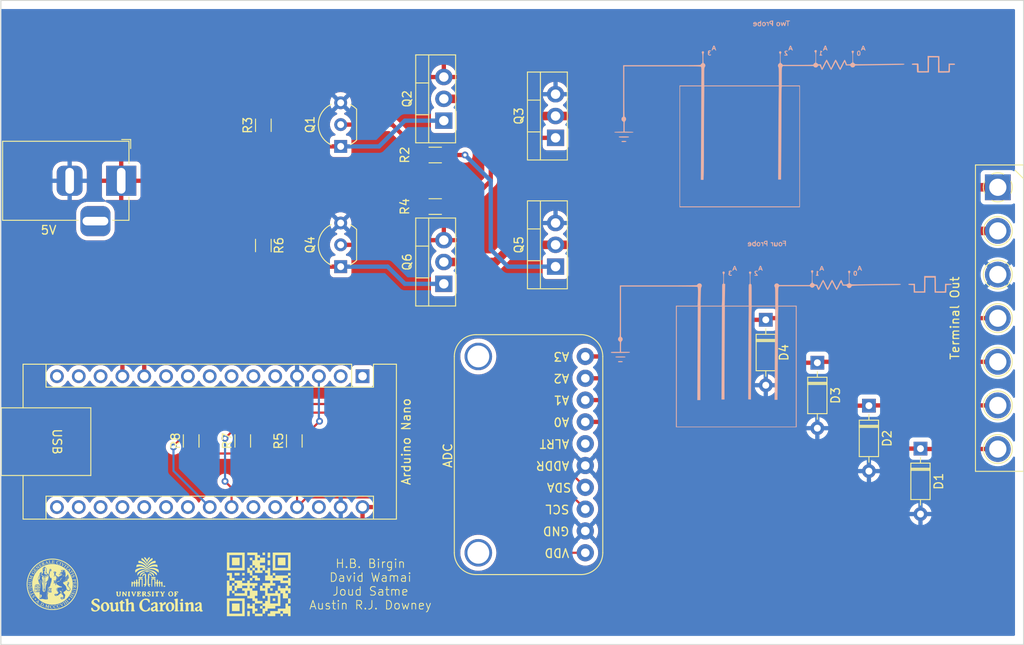
<source format=kicad_pcb>
(kicad_pcb (version 20221018) (generator pcbnew)
  (layers (0 "F.Cu" signal) (31 "B.Cu" signal) (34 "B.Paste" user) (35 "F.Paste" user) (36 "B.SilkS" user "B.Silkscreen") (37 "F.SilkS" user "F.Silkscreen") (38 "B.Mask" user) (39 "F.Mask" user) (44 "Edge.Cuts" user))
  (net 0 "")
  (net 1 "VPP")
  (net 2 "GND")
  (net 3 "VDD")
  (net 4 "Net-(ADC1-SCL)")
  (net 5 "Net-(ADC1-SDA)")
  (net 7 "AIN0")
  (net 8 "AIN1")
  (net 9 "AIN2")
  (net 10 "AIN3")
  (net 13 "Net-(Arduino1-~{RESET}-Pad3)")
  (net 20 "LOGIC2")
  (net 21 "LOGIC1")
  (net 35 "SP")
  (net 36 "SN")
  (net 37 "Net-(Q1-C)")
  (net 38 "Net-(Q1-B)")
  (net 39 "Net-(Q4-C)")
  (net 40 "Net-(Q4-B)")
  (footprint "Resistor_SMD:R_1206_3216Metric" (layer "F.Cu") (at 151.5375 63.5375 90)
    (fp_text reference "R3" (at 0 -1.82 90) (layer "F.SilkS"))
    (fp_text value "10k")
    (pad "1" smd roundrect (at -1.4625 0 90) (size 1.125 1.75) (layers "F.Cu" "F.Paste" "F.Mask") (roundrect_rratio 0.222222) (net 1 "VPP"))
    (pad "2" smd roundrect (at 1.4625 0 90) (size 1.125 1.75) (layers "F.Cu" "F.Paste" "F.Mask") (roundrect_rratio 0.222222) (net 37 "Net-(Q1-C)"))
  )
  (footprint "TerminalBlock_Phoenix:TerminalBlock_Phoenix_MKDS-1,5-7-5.08_1x07_P5.08mm_Horizontal" (layer "F.Cu") (at 237 70.76 -90)
    (fp_text reference "Terminal Out" (at 15.24 5 90) (layer "F.SilkS"))
    (fp_text value "Screw_Terminal_01x07")
    (pad "1" thru_hole rect (at 0 0 270) (size 3 3) (drill 2) (layers "*.Cu" "*.Mask") (net 35 "SP"))
    (pad "2" thru_hole circle (at 5.08 0 270) (size 3 3) (drill 2) (layers "*.Cu" "*.Mask") (net 36 "SN"))
    (pad "3" thru_hole circle (at 10.16 0 270) (size 3 3) (drill 2) (layers "*.Cu" "*.Mask") (net 2 "GND"))
    (pad "4" thru_hole circle (at 15.24 0 270) (size 3 3) (drill 2) (layers "*.Cu" "*.Mask") (net 10 "AIN3"))
    (pad "5" thru_hole circle (at 20.32 0 270) (size 3 3) (drill 2) (layers "*.Cu" "*.Mask") (net 9 "AIN2"))
    (pad "6" thru_hole circle (at 25.4 0 270) (size 3 3) (drill 2) (layers "*.Cu" "*.Mask") (net 8 "AIN1"))
    (pad "7" thru_hole circle (at 30.48 0 270) (size 3 3) (drill 2) (layers "*.Cu" "*.Mask") (net 7 "AIN0"))
  )
  (footprint "Package_TO_SOT_THT:TO-220-3_Vertical" (layer "F.Cu") (at 185.5375 80 90)
    (fp_text reference "Q5" (at 2.54 -4.27 90) (layer "F.SilkS"))
    (fp_text value "IRF540N")
    (pad "1" thru_hole rect (at 0 0 90) (size 1.905 2) (drill 1.1) (layers "*.Cu" "*.Mask") (net 21 "LOGIC1"))
    (pad "2" thru_hole oval (at 2.54 0 90) (size 1.905 2) (drill 1.1) (layers "*.Cu" "*.Mask") (net 36 "SN"))
    (pad "3" thru_hole oval (at 5.08 0 90) (size 1.905 2) (drill 1.1) (layers "*.Cu" "*.Mask") (net 2 "GND"))
  )
  (footprint "Resistor_SMD:R_1206_3216Metric" (layer "F.Cu") (at 171.5375 67)
    (fp_text reference "R2" (at -3.5375 0 90) (layer "F.SilkS"))
    (fp_text value "1k")
    (pad "1" smd roundrect (at -1.4625 0) (size 1.125 1.75) (layers "F.Cu" "F.Paste" "F.Mask") (roundrect_rratio 0.222222) (net 38 "Net-(Q1-B)"))
    (pad "2" smd roundrect (at 1.4625 0) (size 1.125 1.75) (layers "F.Cu" "F.Paste" "F.Mask") (roundrect_rratio 0.222222) (net 21 "LOGIC1"))
  )
  (footprint "Diode_THT:D_DO-35_SOD27_P7.62mm_Horizontal" (layer "F.Cu") (at 216 91.19 -90)
    (fp_text reference "D3" (at 3.81 -2.12 90) (layer "F.SilkS"))
    (fp_text value "D_Zener")
    (pad "1" thru_hole rect (at 0 0 270) (size 1.6 1.6) (drill 0.8) (layers "*.Cu" "*.Mask") (net 9 "AIN2"))
    (pad "2" thru_hole oval (at 7.62 0 270) (size 1.6 1.6) (drill 0.8) (layers "*.Cu" "*.Mask") (net 2 "GND"))
  )
  (footprint "ads1115module_silkscreen:Adafruit_ADS1115" (layer "F.Cu") (at 191.032 115.86 90)
    (fp_text reference "ADC" (at 13.86 -18.032 90 unlocked) (layer "F.SilkS"))
    (fp_text value "ADS1115IDGS")
    (fp_text user "ADDR" (at 12.7 -3.81 180 unlocked) (layer "F.SilkS") (effects (justify left)))
    (fp_text user "GND" (at 5.08 -3.81 180 unlocked) (layer "F.SilkS") (effects (justify left)))
    (fp_text user "ALRT" (at 15.24 -3.81 180 unlocked) (layer "F.SilkS") (effects (justify left)))
    (fp_text user "SCL" (at 7.62 -3.81 180 unlocked) (layer "F.SilkS") (effects (justify left)))
    (fp_text user "VDD" (at 2.54 -3.81 180 unlocked) (layer "F.SilkS") (effects (justify left)))
    (fp_text user "A2" (at 22.86 -3.81 180 unlocked) (layer "F.SilkS") (effects (justify left)))
    (fp_text user "SDA" (at 10.16 -5.08 180 unlocked) (layer "F.SilkS"))
    (fp_text user "A0" (at 17.78 -3.81 180 unlocked) (layer "F.SilkS") (effects (justify left)))
    (fp_text user "A1" (at 20.32 -3.81 180 unlocked) (layer "F.SilkS") (effects (justify left)))
    (fp_text user "A3" (at 25.4 -3.81 180 unlocked) (layer "F.SilkS") (effects (justify left)))
    (pad "1" thru_hole circle (at 2.54 -2.032 90) (size 2 2) (drill 1) (layers "*.Cu" "*.Mask") (net 3 "VDD"))
    (pad "2" thru_hole circle (at 5.08 -2.032 90) (size 2 2) (drill 1) (layers "*.Cu" "*.Mask") (net 2 "GND"))
    (pad "3" thru_hole circle (at 7.62 -2.032 90) (size 2 2) (drill 1) (layers "*.Cu" "*.Mask") (net 4 "Net-(ADC1-SCL)"))
    (pad "4" thru_hole circle (at 10.16 -2.032 90) (size 2 2) (drill 1) (layers "*.Cu" "*.Mask") (net 5 "Net-(ADC1-SDA)"))
    (pad "5" thru_hole circle (at 12.7 -2.032 90) (size 2 2) (drill 1) (layers "*.Cu" "*.Mask") (net 2 "GND"))
    (pad "6" thru_hole circle (at 15.24 -2.032 90) (size 2 2) (drill 1) (layers "*.Cu" "*.Mask"))
    (pad "7" thru_hole circle (at 17.78 -2.032 90) (size 2 2) (drill 1) (layers "*.Cu" "*.Mask") (net 7 "AIN0"))
    (pad "8" thru_hole circle (at 20.32 -2.032 90) (size 2 2) (drill 1) (layers "*.Cu" "*.Mask") (net 8 "AIN1"))
    (pad "9" thru_hole circle (at 22.86 -2.032 90) (size 2 2) (drill 1) (layers "*.Cu" "*.Mask") (net 9 "AIN2"))
    (pad "10" thru_hole circle (at 25.4 -2.032 90) (size 2 2) (drill 1) (layers "*.Cu" "*.Mask") (net 10 "AIN3"))
    (pad "11" thru_hole circle (at 2.54 -14.478 90) (size 3.2 3.2) (drill 2.54) (layers "*.Cu" "*.Mask"))
    (pad "11" thru_hole circle (at 25.4 -14.478 90) (size 3.2 3.2) (drill 2.54) (layers "*.Cu" "*.Mask"))
  )
  (footprint "uofsc_foots:github" (layer "F.Cu") (at 151 117)
    (fp_text reference "G7" hide)
    (fp_text value "LOGO" hide)
  )
  (footprint "Package_TO_SOT_THT:TO-220-3_Vertical" (layer "F.Cu") (at 185.5375 65 90)
    (fp_text reference "Q3" (at 2.54 -4.27 90) (layer "F.SilkS"))
    (fp_text value "IRF540N")
    (pad "1" thru_hole rect (at 0 0 90) (size 1.905 2) (drill 1.1) (layers "*.Cu" "*.Mask") (net 20 "LOGIC2"))
    (pad "2" thru_hole oval (at 2.54 0 90) (size 1.905 2) (drill 1.1) (layers "*.Cu" "*.Mask") (net 35 "SP"))
    (pad "3" thru_hole oval (at 5.08 0 90) (size 1.905 2) (drill 1.1) (layers "*.Cu" "*.Mask") (net 2 "GND"))
  )
  (footprint "Resistor_SMD:R_1206_3216Metric" (layer "F.Cu") (at 149.14 100.2975 90)
    (fp_text reference "R7" (at 0 -1.82 90) (layer "F.SilkS"))
    (fp_text value "10k")
    (pad "1" smd roundrect (at -1.4625 0 90) (size 1.125 1.75) (layers "F.Cu" "F.Paste" "F.Mask") (roundrect_rratio 0.222222) (net 3 "VDD"))
    (pad "2" smd roundrect (at 1.4625 0 90) (size 1.125 1.75) (layers "F.Cu" "F.Paste" "F.Mask") (roundrect_rratio 0.222222) (net 4 "Net-(ADC1-SCL)"))
  )
  (footprint "Resistor_SMD:R_1206_3216Metric" (layer "F.Cu") (at 171.5375 73)
    (fp_text reference "R4" (at -3.5375 0 90) (layer "F.SilkS"))
    (fp_text value "1k")
    (pad "1" smd roundrect (at -1.4625 0) (size 1.125 1.75) (layers "F.Cu" "F.Paste" "F.Mask") (roundrect_rratio 0.222222) (net 40 "Net-(Q4-B)"))
    (pad "2" smd roundrect (at 1.4625 0) (size 1.125 1.75) (layers "F.Cu" "F.Paste" "F.Mask") (roundrect_rratio 0.222222) (net 20 "LOGIC2"))
  )
  (footprint "uofsc_foots:upg" (layer "F.Cu") (at 127 117)
    (fp_text reference "G3" hide)
    (fp_text value "LOGO" hide)
  )
  (footprint "Resistor_SMD:R_1206_3216Metric" (layer "F.Cu") (at 155.14 100.2975 90)
    (fp_text reference "R5" (at 0 -1.82 90) (layer "F.SilkS"))
    (fp_text value "10k")
    (pad "1" smd roundrect (at -1.4625 0 90) (size 1.125 1.75) (layers "F.Cu" "F.Paste" "F.Mask") (roundrect_rratio 0.222222) (net 3 "VDD"))
    (pad "2" smd roundrect (at 1.4625 0 90) (size 1.125 1.75) (layers "F.Cu" "F.Paste" "F.Mask") (roundrect_rratio 0.222222) (net 13 "Net-(Arduino1-~{RESET}-Pad3)"))
  )
  (footprint "Package_TO_SOT_THT:TO-220-3_Vertical" (layer "F.Cu") (at 172.5375 63 90)
    (fp_text reference "Q2" (at 2.54 -4.27 90) (layer "F.SilkS"))
    (fp_text value "IRF9540N")
    (pad "1" thru_hole rect (at 0 0 90) (size 1.905 2) (drill 1.1) (layers "*.Cu" "*.Mask") (net 37 "Net-(Q1-C)"))
    (pad "2" thru_hole oval (at 2.54 0 90) (size 1.905 2) (drill 1.1) (layers "*.Cu" "*.Mask") (net 35 "SP"))
    (pad "3" thru_hole oval (at 5.08 0 90) (size 1.905 2) (drill 1.1) (layers "*.Cu" "*.Mask") (net 1 "VPP"))
  )
  (footprint "Resistor_SMD:R_1206_3216Metric" (layer "F.Cu") (at 151.5375 77.5375 -90)
    (fp_text reference "R6" (at 0 -1.82 90) (layer "F.SilkS"))
    (fp_text value "10k")
    (pad "1" smd roundrect (at -1.4625 0 270) (size 1.125 1.75) (layers "F.Cu" "F.Paste" "F.Mask") (roundrect_rratio 0.222222) (net 1 "VPP"))
    (pad "2" smd roundrect (at 1.4625 0 270) (size 1.125 1.75) (layers "F.Cu" "F.Paste" "F.Mask") (roundrect_rratio 0.222222) (net 39 "Net-(Q4-C)"))
  )
  (footprint "Package_TO_SOT_THT:TO-92_Inline_Wide" (layer "F.Cu") (at 160.5375 80 90)
    (fp_text reference "Q4" (at 2.54 -3.56 90) (layer "F.SilkS"))
    (fp_text value "BC549")
    (pad "1" thru_hole rect (at 0 0 90) (size 1.5 1.5) (drill 0.8) (layers "*.Cu" "*.Mask") (net 39 "Net-(Q4-C)"))
    (pad "2" thru_hole circle (at 2.54 0 90) (size 1.5 1.5) (drill 0.8) (layers "*.Cu" "*.Mask") (net 40 "Net-(Q4-B)"))
    (pad "3" thru_hole circle (at 5.08 0 90) (size 1.5 1.5) (drill 0.8) (layers "*.Cu" "*.Mask") (net 2 "GND"))
  )
  (footprint "uofsc_foots:uofsc" (layer "F.Cu") (at 138 117)
    (fp_text reference "G2" hide)
    (fp_text value "LOGO" hide)
  )
  (footprint "Connector_BarrelJack:BarrelJack_Horizontal" (layer "F.Cu") (at 135 70)
    (fp_text reference "5V" (at -8.45 5.75) (layer "F.SilkS"))
    (fp_text value "Barrel_Jack")
    (pad "1" thru_hole rect (at 0 0) (size 3.5 3.5) (drill oval 1 3) (layers "*.Cu" "*.Mask") (net 1 "VPP"))
    (pad "2" thru_hole roundrect (at -6 0) (size 3 3.5) (drill oval 1 3) (layers "*.Cu" "*.Mask") (net 2 "GND"))
    (pad "3" thru_hole roundrect (at -3 4.7) (size 3.5 3.5) (drill oval 3 1) (layers "*.Cu" "*.Mask"))
  )
  (footprint "Package_TO_SOT_THT:TO-92_Inline_Wide" (layer "F.Cu") (at 160.5375 66 90)
    (fp_text reference "Q1" (at 2.54 -3.56 90) (layer "F.SilkS"))
    (fp_text value "BC549")
    (pad "1" thru_hole rect (at 0 0 90) (size 1.5 1.5) (drill 0.8) (layers "*.Cu" "*.Mask") (net 37 "Net-(Q1-C)"))
    (pad "2" thru_hole circle (at 2.54 0 90) (size 1.5 1.5) (drill 0.8) (layers "*.Cu" "*.Mask") (net 38 "Net-(Q1-B)"))
    (pad "3" thru_hole circle (at 5.08 0 90) (size 1.5 1.5) (drill 0.8) (layers "*.Cu" "*.Mask") (net 2 "GND"))
  )
  (footprint "Diode_THT:D_DO-35_SOD27_P7.62mm_Horizontal" (layer "F.Cu") (at 210 86.19 -90)
    (fp_text reference "D4" (at 3.81 -2.12 90) (layer "F.SilkS"))
    (fp_text value "D_Zener")
    (pad "1" thru_hole rect (at 0 0 270) (size 1.6 1.6) (drill 0.8) (layers "*.Cu" "*.Mask") (net 10 "AIN3"))
    (pad "2" thru_hole oval (at 7.62 0 270) (size 1.6 1.6) (drill 0.8) (layers "*.Cu" "*.Mask") (net 2 "GND"))
  )
  (footprint "Diode_THT:D_DO-35_SOD27_P7.62mm_Horizontal" (layer "F.Cu") (at 222 96.19 -90)
    (fp_text reference "D2" (at 3.81 -2.12 90) (layer "F.SilkS"))
    (fp_text value "D_Zener")
    (pad "1" thru_hole rect (at 0 0 270) (size 1.6 1.6) (drill 0.8) (layers "*.Cu" "*.Mask") (net 8 "AIN1"))
    (pad "2" thru_hole oval (at 7.62 0 270) (size 1.6 1.6) (drill 0.8) (layers "*.Cu" "*.Mask") (net 2 "GND"))
  )
  (footprint "Package_TO_SOT_THT:TO-220-3_Vertical" (layer "F.Cu") (at 172.5375 82 90)
    (fp_text reference "Q6" (at 2.54 -4.27 90) (layer "F.SilkS"))
    (fp_text value "IRF9540N")
    (pad "1" thru_hole rect (at 0 0 90) (size 1.905 2) (drill 1.1) (layers "*.Cu" "*.Mask") (net 39 "Net-(Q4-C)"))
    (pad "2" thru_hole oval (at 2.54 0 90) (size 1.905 2) (drill 1.1) (layers "*.Cu" "*.Mask") (net 36 "SN"))
    (pad "3" thru_hole oval (at 5.08 0 90) (size 1.905 2) (drill 1.1) (layers "*.Cu" "*.Mask") (net 1 "VPP"))
  )
  (footprint "Resistor_SMD:R_1206_3216Metric" (layer "F.Cu") (at 143.14 100.2975 90)
    (fp_text reference "R8" (at 0 -1.82 90) (layer "F.SilkS"))
    (fp_text value "10k")
    (pad "1" smd roundrect (at -1.4625 0 90) (size 1.125 1.75) (layers "F.Cu" "F.Paste" "F.Mask") (roundrect_rratio 0.222222) (net 3 "VDD"))
    (pad "2" smd roundrect (at 1.4625 0 90) (size 1.125 1.75) (layers "F.Cu" "F.Paste" "F.Mask") (roundrect_rratio 0.222222) (net 5 "Net-(ADC1-SDA)"))
  )
  (footprint "Diode_THT:D_DO-35_SOD27_P7.62mm_Horizontal" (layer "F.Cu") (at 228 101.19 -90)
    (fp_text reference "D1" (at 3.81 -2.12 90) (layer "F.SilkS"))
    (fp_text value "D_Zener")
    (pad "1" thru_hole rect (at 0 0 270) (size 1.6 1.6) (drill 0.8) (layers "*.Cu" "*.Mask") (net 7 "AIN0"))
    (pad "2" thru_hole oval (at 7.62 0 270) (size 1.6 1.6) (drill 0.8) (layers "*.Cu" "*.Mask") (net 2 "GND"))
  )
  (footprint "Module:Arduino_Nano" (layer "F.Cu") (at 163.08 92.76 -90)
    (fp_text reference "Arduino Nano" (at 7.62 -5.08 90) (layer "F.SilkS"))
    (fp_text value "Arduino_Nano_Every")
    (fp_text user "USB" (at 7.62 35.56 -90 unlocked) (layer "F.SilkS"))
    (pad "1" thru_hole rect (at 0 0 270) (size 1.6 1.6) (drill 1) (layers "*.Cu" "*.Mask"))
    (pad "2" thru_hole oval (at 0 2.54 270) (size 1.6 1.6) (drill 1) (layers "*.Cu" "*.Mask"))
    (pad "3" thru_hole oval (at 0 5.08 270) (size 1.6 1.6) (drill 1) (layers "*.Cu" "*.Mask") (net 13 "Net-(Arduino1-~{RESET}-Pad3)"))
    (pad "4" thru_hole oval (at 0 7.62 270) (size 1.6 1.6) (drill 1) (layers "*.Cu" "*.Mask") (net 2 "GND"))
    (pad "5" thru_hole oval (at 0 10.16 270) (size 1.6 1.6) (drill 1) (layers "*.Cu" "*.Mask"))
    (pad "6" thru_hole oval (at 0 12.7 270) (size 1.6 1.6) (drill 1) (layers "*.Cu" "*.Mask"))
    (pad "7" thru_hole oval (at 0 15.24 270) (size 1.6 1.6) (drill 1) (layers "*.Cu" "*.Mask"))
    (pad "8" thru_hole oval (at 0 17.78 270) (size 1.6 1.6) (drill 1) (layers "*.Cu" "*.Mask"))
    (pad "9" thru_hole oval (at 0 20.32 270) (size 1.6 1.6) (drill 1) (layers "*.Cu" "*.Mask"))
    (pad "10" thru_hole oval (at 0 22.86 270) (size 1.6 1.6) (drill 1) (layers "*.Cu" "*.Mask"))
    (pad "11" thru_hole oval (at 0 25.4 270) (size 1.6 1.6) (drill 1) (layers "*.Cu" "*.Mask") (net 20 "LOGIC2"))
    (pad "12" thru_hole oval (at 0 27.94 270) (size 1.6 1.6) (drill 1) (layers "*.Cu" "*.Mask") (net 21 "LOGIC1"))
    (pad "13" thru_hole oval (at 0 30.48 270) (size 1.6 1.6) (drill 1) (layers "*.Cu" "*.Mask"))
    (pad "14" thru_hole oval (at 0 33.02 270) (size 1.6 1.6) (drill 1) (layers "*.Cu" "*.Mask"))
    (pad "15" thru_hole oval (at 0 35.56 270) (size 1.6 1.6) (drill 1) (layers "*.Cu" "*.Mask"))
    (pad "16" thru_hole oval (at 15.24 35.56 270) (size 1.6 1.6) (drill 1) (layers "*.Cu" "*.Mask"))
    (pad "17" thru_hole oval (at 15.24 33.02 270) (size 1.6 1.6) (drill 1) (layers "*.Cu" "*.Mask"))
    (pad "18" thru_hole oval (at 15.24 30.48 270) (size 1.6 1.6) (drill 1) (layers "*.Cu" "*.Mask"))
    (pad "19" thru_hole oval (at 15.24 27.94 270) (size 1.6 1.6) (drill 1) (layers "*.Cu" "*.Mask"))
    (pad "20" thru_hole oval (at 15.24 25.4 270) (size 1.6 1.6) (drill 1) (layers "*.Cu" "*.Mask"))
    (pad "21" thru_hole oval (at 15.24 22.86 270) (size 1.6 1.6) (drill 1) (layers "*.Cu" "*.Mask"))
    (pad "22" thru_hole oval (at 15.24 20.32 270) (size 1.6 1.6) (drill 1) (layers "*.Cu" "*.Mask"))
    (pad "23" thru_hole oval (at 15.24 17.78 270) (size 1.6 1.6) (drill 1) (layers "*.Cu" "*.Mask") (net 5 "Net-(ADC1-SDA)"))
    (pad "24" thru_hole oval (at 15.24 15.24 270) (size 1.6 1.6) (drill 1) (layers "*.Cu" "*.Mask") (net 4 "Net-(ADC1-SCL)"))
    (pad "25" thru_hole oval (at 15.24 12.7 270) (size 1.6 1.6) (drill 1) (layers "*.Cu" "*.Mask"))
    (pad "26" thru_hole oval (at 15.24 10.16 270) (size 1.6 1.6) (drill 1) (layers "*.Cu" "*.Mask"))
    (pad "27" thru_hole oval (at 15.24 7.62 270) (size 1.6 1.6) (drill 1) (layers "*.Cu" "*.Mask") (net 3 "VDD"))
    (pad "28" thru_hole oval (at 15.24 5.08 270) (size 1.6 1.6) (drill 1) (layers "*.Cu" "*.Mask"))
    (pad "29" thru_hole oval (at 15.24 2.54 270) (size 1.6 1.6) (drill 1) (layers "*.Cu" "*.Mask") (net 2 "GND"))
    (pad "30" thru_hole oval (at 15.24 0 270) (size 1.6 1.6) (drill 1) (layers "*.Cu" "*.Mask") (net 1 "VPP"))
  )
  (footprint "uofsc_foots:schematic" (layer "B.Cu") (at 212 75 180)
    (fp_text reference "G5" hide)
    (fp_text value "LOGO" hide)
  )
  (gr_line (start 240 124) (end 240 49) (stroke (width 0.1)) (layer "Edge.Cuts"))
  (gr_line (start 121 49) (end 121 124) (stroke (width 0.1)) (layer "Edge.Cuts"))
  (gr_line (start 121 124) (end 240 124) (stroke (width 0.1)) (layer "Edge.Cuts"))
  (gr_line (start 240 49) (end 121 49) (stroke (width 0.1)) (layer "Edge.Cuts"))
  (gr_text "H.B. Birgin\nDavid Wamai\nJoud Satme\nAustin R.J. Downey" (at 164 120) (layer "F.SilkS") (effects (font (size 1 1) (thickness 0.1)) (justify bottom)))
  (segment (start 155.14 101.76) (end 149.14 101.76) (width 0.25) (layer "F.Cu") (net 3))
  (segment (start 155.46 108) (end 155.46 102.08) (width 0.25) (layer "F.Cu") (net 3))
  (segment (start 149.14 101.76) (end 143.14 101.76) (width 0.25) (layer "F.Cu") (net 3))
  (segment (start 156.585 106.875) (end 155.46 108) (width 0.25) (layer "F.Cu") (net 3))
  (segment (start 181.32 113.32) (end 174.875 106.875) (width 0.25) (layer "F.Cu") (net 3))
  (segment (start 174.875 106.875) (end 156.585 106.875) (width 0.25) (layer "F.Cu") (net 3))
  (segment (start 189 113.32) (end 181.32 113.32) (width 0.25) (layer "F.Cu") (net 3))
  (segment (start 155.46 102.08) (end 155.14 101.76) (width 0.25) (layer "F.Cu") (net 3))
  (segment (start 152.08 97) (end 150.245 98.835) (width 0.25) (layer "F.Cu") (net 4))
  (segment (start 147.84 105.76) (end 147.08 105) (width 0.25) (layer "F.Cu") (net 4))
  (segment (start 150.245 98.835) (end 149.14 98.835) (width 0.25) (layer "F.Cu") (net 4))
  (segment (start 149.14 98.835) (end 148.245 98.835) (width 0.25) (layer "F.Cu") (net 4))
  (segment (start 152.08 97) (end 171 97) (width 0.25) (layer "F.Cu") (net 4))
  (segment (start 147.84 108) (end 147.84 105.76) (width 0.25) (layer "F.Cu") (net 4))
  (segment (start 148.245 98.835) (end 147.08 100) (width 0.25) (layer "F.Cu") (net 4))
  (segment (start 180.24 106.24) (end 171 97) (width 0.25) (layer "F.Cu") (net 4))
  (segment (start 189 108.24) (end 187 106.24) (width 0.25) (layer "F.Cu") (net 4))
  (segment (start 187 106.24) (end 180.24 106.24) (width 0.25) (layer "F.Cu") (net 4))
  (via (at 147.08 105) (size 0.8) (drill 0.4) (layers "F.Cu" "B.Cu") (net 4))
  (via (at 147.08 100) (size 0.8) (drill 0.4) (layers "F.Cu" "B.Cu") (net 4))
  (segment (start 147.08 100) (end 147.08 105) (width 0.25) (layer "B.Cu") (net 4))
  (segment (start 143.14 98.835) (end 141.08 100.895) (width 0.25) (layer "F.Cu") (net 5))
  (segment (start 189 105.7) (end 179.3 96) (width 0.25) (layer "F.Cu") (net 5))
  (segment (start 145.975 96) (end 143.14 98.835) (width 0.25) (layer "F.Cu") (net 5))
  (segment (start 141.08 100.895) (end 141.08 101) (width 0.25) (layer "F.Cu") (net 5))
  (segment (start 179.3 96) (end 145.975 96) (width 0.25) (layer "F.Cu") (net 5))
  (via (at 141.08 101) (size 0.8) (drill 0.4) (layers "F.Cu" "B.Cu") (net 5))
  (segment (start 141.08 101) (end 141.08 103.78) (width 0.25) (layer "B.Cu") (net 5))
  (segment (start 141.08 103.78) (end 145.3 108) (width 0.25) (layer "B.Cu") (net 5))
  (segment (start 228 101.19) (end 208.19 101.19) (width 0.5) (layer "F.Cu") (net 7))
  (segment (start 205.08 98.08) (end 189 98.08) (width 0.5) (layer "F.Cu") (net 7))
  (segment (start 228.05 101.24) (end 228 101.19) (width 0.25) (layer "F.Cu") (net 7))
  (segment (start 237 101.24) (end 228.05 101.24) (width 0.5) (layer "F.Cu") (net 7))
  (segment (start 208.19 101.19) (end 205.08 98.08) (width 0.5) (layer "F.Cu") (net 7))
  (segment (start 204.54 95.54) (end 189 95.54) (width 0.5) (layer "F.Cu") (net 8))
  (segment (start 222 96.19) (end 205.19 96.19) (width 0.5) (layer "F.Cu") (net 8))
  (segment (start 205.19 96.19) (end 204.54 95.54) (width 0.5) (layer "F.Cu") (net 8))
  (segment (start 237 96.16) (end 222.03 96.16) (width 0.5) (layer "F.Cu") (net 8))
  (segment (start 222.03 96.16) (end 222 96.19) (width 0.25) (layer "F.Cu") (net 8))
  (segment (start 237 91.08) (end 216.11 91.08) (width 0.5) (layer "F.Cu") (net 9))
  (segment (start 206.81 91.19) (end 205 93) (width 0.5) (layer "F.Cu") (net 9))
  (segment (start 216 91.19) (end 206.81 91.19) (width 0.5) (layer "F.Cu") (net 9))
  (segment (start 205 93) (end 189 93) (width 0.5) (layer "F.Cu") (net 9))
  (segment (start 216.11 91.08) (end 216 91.19) (width 0.25) (layer "F.Cu") (net 9))
  (segment (start 203.54 90.46) (end 189 90.46) (width 0.5) (layer "F.Cu") (net 10))
  (segment (start 210 86.19) (end 207.81 86.19) (width 0.5) (layer "F.Cu") (net 10))
  (segment (start 210.19 86) (end 210 86.19) (width 0.25) (layer "F.Cu") (net 10))
  (segment (start 207.81 86.19) (end 203.54 90.46) (width 0.5) (layer "F.Cu") (net 10))
  (segment (start 237 86) (end 210.19 86) (width 0.5) (layer "F.Cu") (net 10))
  (segment (start 157.245 98.835) (end 158.08 98) (width 0.25) (layer "F.Cu") (net 13))
  (segment (start 155.14 98.835) (end 157.245 98.835) (width 0.25) (layer "F.Cu") (net 13))
  (via (at 158.08 98) (size 0.8) (drill 0.4) (layers "F.Cu" "B.Cu") (net 13))
  (segment (start 158 97.92) (end 158 92.76) (width 0.25) (layer "B.Cu") (net 13))
  (segment (start 158.08 98) (end 158 97.92) (width 0.25) (layer "B.Cu") (net 13))
  (segment (start 170.8 70.8) (end 173 73) (width 0.5) (layer "F.Cu") (net 20))
  (segment (start 137.68 92.76) (end 137.68 80.32) (width 0.5) (layer "F.Cu") (net 20))
  (segment (start 178 67) (end 178 70) (width 0.5) (layer "F.Cu") (net 20))
  (segment (start 175 73) (end 173 73) (width 0.5) (layer "F.Cu") (net 20))
  (segment (start 137.68 80.32) (end 147.2 70.8) (width 0.5) (layer "F.Cu") (net 20))
  (segment (start 180 65) (end 178 67) (width 0.5) (layer "F.Cu") (net 20))
  (segment (start 185.5375 65) (end 180 65) (width 0.5) (layer "F.Cu") (net 20))
  (segment (start 178 70) (end 175 73) (width 0.5) (layer "F.Cu") (net 20))
  (segment (start 147.2 70.8) (end 170.8 70.8) (width 0.5) (layer "F.Cu") (net 20))
  (segment (start 145.8 69.2) (end 170.8 69.2) (width 0.5) (layer "F.Cu") (net 21))
  (segment (start 170.8 69.2) (end 173 67) (width 0.5) (layer "F.Cu") (net 21))
  (segment (start 175 67) (end 173 67) (width 0.5) (layer "F.Cu") (net 21))
  (segment (start 135.14 92.76) (end 135.14 79.86) (width 0.5) (layer "F.Cu") (net 21))
  (segment (start 135.14 79.86) (end 145.8 69.2) (width 0.5) (layer "F.Cu") (net 21))
  (via (at 175 67) (size 0.8) (drill 0.4) (layers "F.Cu" "B.Cu") (net 21))
  (segment (start 185.5375 80) (end 185 80) (width 0.25) (layer "B.Cu") (net 21))
  (segment (start 178 78) (end 178 70) (width 0.5) (layer "B.Cu") (net 21))
  (segment (start 185.5375 80) (end 180 80) (width 0.5) (layer "B.Cu") (net 21))
  (segment (start 180 80) (end 178 78) (width 0.5) (layer "B.Cu") (net 21))
  (segment (start 178 70) (end 175 67) (width 0.5) (layer "B.Cu") (net 21))
  (segment (start 218.46 62.46) (end 185.5375 62.46) (width 1) (layer "F.Cu") (net 35))
  (segment (start 179.46 60.46) (end 172.5375 60.46) (width 1) (layer "F.Cu") (net 35))
  (segment (start 185.5375 62.46) (end 181.46 62.46) (width 1) (layer "F.Cu") (net 35))
  (segment (start 237 70.76) (end 226.76 70.76) (width 1) (layer "F.Cu") (net 35))
  (segment (start 181.46 62.46) (end 179.46 60.46) (width 1) (layer "F.Cu") (net 35))
  (segment (start 226.76 70.76) (end 218.46 62.46) (width 1) (layer "F.Cu") (net 35))
  (segment (start 227.16 75.84) (end 225.54 77.46) (width 1) (layer "F.Cu") (net 36))
  (segment (start 178.54 79.46) (end 172.5375 79.46) (width 1) (layer "F.Cu") (net 36))
  (segment (start 237 75.84) (end 227.16 75.84) (width 1) (layer "F.Cu") (net 36))
  (segment (start 180.54 77.46) (end 178.54 79.46) (width 1) (layer "F.Cu") (net 36))
  (segment (start 185.5375 77.46) (end 180.54 77.46) (width 1) (layer "F.Cu") (net 36))
  (segment (start 225.54 77.46) (end 185.5375 77.46) (width 1) (layer "F.Cu") (net 36))
  (segment (start 155.4625 66) (end 151.5375 62.075) (width 0.5) (layer "F.Cu") (net 37))
  (segment (start 160.5375 66) (end 155.4625 66) (width 0.5) (layer "F.Cu") (net 37))
  (segment (start 168 63) (end 165 66) (width 0.5) (layer "B.Cu") (net 37))
  (segment (start 172.5375 63) (end 168 63) (width 0.5) (layer "B.Cu") (net 37))
  (segment (start 165 66) (end 160.5375 66) (width 0.5) (layer "B.Cu") (net 37))
  (segment (start 166.535 63.46) (end 170.075 67) (width 0.5) (layer "F.Cu") (net 38))
  (segment (start 160.5375 63.46) (end 166.535 63.46) (width 0.5) (layer "F.Cu") (net 38))
  (segment (start 152.5375 80) (end 151.5375 79) (width 0.5) (layer "F.Cu") (net 39))
  (segment (start 160.5375 80) (end 152.5375 80) (width 0.5) (layer "F.Cu") (net 39))
  (segment (start 168 82) (end 166 80) (width 0.5) (layer "B.Cu") (net 39))
  (segment (start 172.5375 82) (end 168 82) (width 0.5) (layer "B.Cu") (net 39))
  (segment (start 166 80) (end 160.5375 80) (width 0.5) (layer "B.Cu") (net 39))
  (segment (start 165.615 77.46) (end 170.075 73) (width 0.5) (layer "F.Cu") (net 40))
  (segment (start 160.5375 77.46) (end 165.615 77.46) (width 0.5) (layer "F.Cu") (net 40))
  (zone (net 1) (net_name "VPP") (layer "F.Cu") (priority 1) (connect_pads (clearance 0.5)) (min_thickness 0.25) (fill yes (thermal_gap 0.5) (thermal_bridge_width 0.5))
    (polygon (pts (xy 122 51) (xy 122 122) (xy 192 122) (xy 192 51)))
  )
  (zone (net 2) (net_name "GND") (layer "B.Cu") (connect_pads (clearance 0.5)) (min_thickness 0.25) (fill yes (thermal_gap 0.5) (thermal_bridge_width 0.5))
    (polygon (pts (xy 121 50) (xy 121 123) (xy 239 123) (xy 239 50)))
  )
)
</source>
